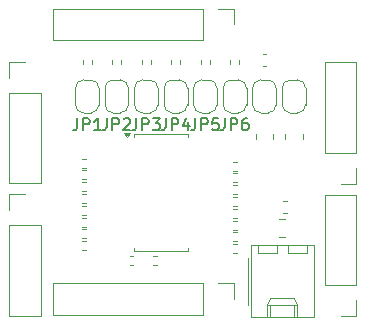
<source format=gbr>
%TF.GenerationSoftware,KiCad,Pcbnew,8.0.3-8.0.3-0~ubuntu22.04.1*%
%TF.CreationDate,2024-06-23T17:20:50+09:00*%
%TF.ProjectId,PCA9685_ver1,50434139-3638-4355-9f76-6572312e6b69,rev?*%
%TF.SameCoordinates,Original*%
%TF.FileFunction,Legend,Top*%
%TF.FilePolarity,Positive*%
%FSLAX46Y46*%
G04 Gerber Fmt 4.6, Leading zero omitted, Abs format (unit mm)*
G04 Created by KiCad (PCBNEW 8.0.3-8.0.3-0~ubuntu22.04.1) date 2024-06-23 17:20:50*
%MOMM*%
%LPD*%
G01*
G04 APERTURE LIST*
%ADD10C,0.150000*%
%ADD11C,0.120000*%
G04 APERTURE END LIST*
D10*
X94966666Y-90042319D02*
X94966666Y-90756604D01*
X94966666Y-90756604D02*
X94919047Y-90899461D01*
X94919047Y-90899461D02*
X94823809Y-90994700D01*
X94823809Y-90994700D02*
X94680952Y-91042319D01*
X94680952Y-91042319D02*
X94585714Y-91042319D01*
X95442857Y-91042319D02*
X95442857Y-90042319D01*
X95442857Y-90042319D02*
X95823809Y-90042319D01*
X95823809Y-90042319D02*
X95919047Y-90089938D01*
X95919047Y-90089938D02*
X95966666Y-90137557D01*
X95966666Y-90137557D02*
X96014285Y-90232795D01*
X96014285Y-90232795D02*
X96014285Y-90375652D01*
X96014285Y-90375652D02*
X95966666Y-90470890D01*
X95966666Y-90470890D02*
X95919047Y-90518509D01*
X95919047Y-90518509D02*
X95823809Y-90566128D01*
X95823809Y-90566128D02*
X95442857Y-90566128D01*
X96871428Y-90042319D02*
X96680952Y-90042319D01*
X96680952Y-90042319D02*
X96585714Y-90089938D01*
X96585714Y-90089938D02*
X96538095Y-90137557D01*
X96538095Y-90137557D02*
X96442857Y-90280414D01*
X96442857Y-90280414D02*
X96395238Y-90470890D01*
X96395238Y-90470890D02*
X96395238Y-90851842D01*
X96395238Y-90851842D02*
X96442857Y-90947080D01*
X96442857Y-90947080D02*
X96490476Y-90994700D01*
X96490476Y-90994700D02*
X96585714Y-91042319D01*
X96585714Y-91042319D02*
X96776190Y-91042319D01*
X96776190Y-91042319D02*
X96871428Y-90994700D01*
X96871428Y-90994700D02*
X96919047Y-90947080D01*
X96919047Y-90947080D02*
X96966666Y-90851842D01*
X96966666Y-90851842D02*
X96966666Y-90613747D01*
X96966666Y-90613747D02*
X96919047Y-90518509D01*
X96919047Y-90518509D02*
X96871428Y-90470890D01*
X96871428Y-90470890D02*
X96776190Y-90423271D01*
X96776190Y-90423271D02*
X96585714Y-90423271D01*
X96585714Y-90423271D02*
X96490476Y-90470890D01*
X96490476Y-90470890D02*
X96442857Y-90518509D01*
X96442857Y-90518509D02*
X96395238Y-90613747D01*
X92466666Y-90042319D02*
X92466666Y-90756604D01*
X92466666Y-90756604D02*
X92419047Y-90899461D01*
X92419047Y-90899461D02*
X92323809Y-90994700D01*
X92323809Y-90994700D02*
X92180952Y-91042319D01*
X92180952Y-91042319D02*
X92085714Y-91042319D01*
X92942857Y-91042319D02*
X92942857Y-90042319D01*
X92942857Y-90042319D02*
X93323809Y-90042319D01*
X93323809Y-90042319D02*
X93419047Y-90089938D01*
X93419047Y-90089938D02*
X93466666Y-90137557D01*
X93466666Y-90137557D02*
X93514285Y-90232795D01*
X93514285Y-90232795D02*
X93514285Y-90375652D01*
X93514285Y-90375652D02*
X93466666Y-90470890D01*
X93466666Y-90470890D02*
X93419047Y-90518509D01*
X93419047Y-90518509D02*
X93323809Y-90566128D01*
X93323809Y-90566128D02*
X92942857Y-90566128D01*
X94419047Y-90042319D02*
X93942857Y-90042319D01*
X93942857Y-90042319D02*
X93895238Y-90518509D01*
X93895238Y-90518509D02*
X93942857Y-90470890D01*
X93942857Y-90470890D02*
X94038095Y-90423271D01*
X94038095Y-90423271D02*
X94276190Y-90423271D01*
X94276190Y-90423271D02*
X94371428Y-90470890D01*
X94371428Y-90470890D02*
X94419047Y-90518509D01*
X94419047Y-90518509D02*
X94466666Y-90613747D01*
X94466666Y-90613747D02*
X94466666Y-90851842D01*
X94466666Y-90851842D02*
X94419047Y-90947080D01*
X94419047Y-90947080D02*
X94371428Y-90994700D01*
X94371428Y-90994700D02*
X94276190Y-91042319D01*
X94276190Y-91042319D02*
X94038095Y-91042319D01*
X94038095Y-91042319D02*
X93942857Y-90994700D01*
X93942857Y-90994700D02*
X93895238Y-90947080D01*
X89966666Y-90042319D02*
X89966666Y-90756604D01*
X89966666Y-90756604D02*
X89919047Y-90899461D01*
X89919047Y-90899461D02*
X89823809Y-90994700D01*
X89823809Y-90994700D02*
X89680952Y-91042319D01*
X89680952Y-91042319D02*
X89585714Y-91042319D01*
X90442857Y-91042319D02*
X90442857Y-90042319D01*
X90442857Y-90042319D02*
X90823809Y-90042319D01*
X90823809Y-90042319D02*
X90919047Y-90089938D01*
X90919047Y-90089938D02*
X90966666Y-90137557D01*
X90966666Y-90137557D02*
X91014285Y-90232795D01*
X91014285Y-90232795D02*
X91014285Y-90375652D01*
X91014285Y-90375652D02*
X90966666Y-90470890D01*
X90966666Y-90470890D02*
X90919047Y-90518509D01*
X90919047Y-90518509D02*
X90823809Y-90566128D01*
X90823809Y-90566128D02*
X90442857Y-90566128D01*
X91871428Y-90375652D02*
X91871428Y-91042319D01*
X91633333Y-89994700D02*
X91395238Y-90708985D01*
X91395238Y-90708985D02*
X92014285Y-90708985D01*
X87466666Y-90042319D02*
X87466666Y-90756604D01*
X87466666Y-90756604D02*
X87419047Y-90899461D01*
X87419047Y-90899461D02*
X87323809Y-90994700D01*
X87323809Y-90994700D02*
X87180952Y-91042319D01*
X87180952Y-91042319D02*
X87085714Y-91042319D01*
X87942857Y-91042319D02*
X87942857Y-90042319D01*
X87942857Y-90042319D02*
X88323809Y-90042319D01*
X88323809Y-90042319D02*
X88419047Y-90089938D01*
X88419047Y-90089938D02*
X88466666Y-90137557D01*
X88466666Y-90137557D02*
X88514285Y-90232795D01*
X88514285Y-90232795D02*
X88514285Y-90375652D01*
X88514285Y-90375652D02*
X88466666Y-90470890D01*
X88466666Y-90470890D02*
X88419047Y-90518509D01*
X88419047Y-90518509D02*
X88323809Y-90566128D01*
X88323809Y-90566128D02*
X87942857Y-90566128D01*
X88847619Y-90042319D02*
X89466666Y-90042319D01*
X89466666Y-90042319D02*
X89133333Y-90423271D01*
X89133333Y-90423271D02*
X89276190Y-90423271D01*
X89276190Y-90423271D02*
X89371428Y-90470890D01*
X89371428Y-90470890D02*
X89419047Y-90518509D01*
X89419047Y-90518509D02*
X89466666Y-90613747D01*
X89466666Y-90613747D02*
X89466666Y-90851842D01*
X89466666Y-90851842D02*
X89419047Y-90947080D01*
X89419047Y-90947080D02*
X89371428Y-90994700D01*
X89371428Y-90994700D02*
X89276190Y-91042319D01*
X89276190Y-91042319D02*
X88990476Y-91042319D01*
X88990476Y-91042319D02*
X88895238Y-90994700D01*
X88895238Y-90994700D02*
X88847619Y-90947080D01*
X84966666Y-90042319D02*
X84966666Y-90756604D01*
X84966666Y-90756604D02*
X84919047Y-90899461D01*
X84919047Y-90899461D02*
X84823809Y-90994700D01*
X84823809Y-90994700D02*
X84680952Y-91042319D01*
X84680952Y-91042319D02*
X84585714Y-91042319D01*
X85442857Y-91042319D02*
X85442857Y-90042319D01*
X85442857Y-90042319D02*
X85823809Y-90042319D01*
X85823809Y-90042319D02*
X85919047Y-90089938D01*
X85919047Y-90089938D02*
X85966666Y-90137557D01*
X85966666Y-90137557D02*
X86014285Y-90232795D01*
X86014285Y-90232795D02*
X86014285Y-90375652D01*
X86014285Y-90375652D02*
X85966666Y-90470890D01*
X85966666Y-90470890D02*
X85919047Y-90518509D01*
X85919047Y-90518509D02*
X85823809Y-90566128D01*
X85823809Y-90566128D02*
X85442857Y-90566128D01*
X86395238Y-90137557D02*
X86442857Y-90089938D01*
X86442857Y-90089938D02*
X86538095Y-90042319D01*
X86538095Y-90042319D02*
X86776190Y-90042319D01*
X86776190Y-90042319D02*
X86871428Y-90089938D01*
X86871428Y-90089938D02*
X86919047Y-90137557D01*
X86919047Y-90137557D02*
X86966666Y-90232795D01*
X86966666Y-90232795D02*
X86966666Y-90328033D01*
X86966666Y-90328033D02*
X86919047Y-90470890D01*
X86919047Y-90470890D02*
X86347619Y-91042319D01*
X86347619Y-91042319D02*
X86966666Y-91042319D01*
X82466666Y-90042319D02*
X82466666Y-90756604D01*
X82466666Y-90756604D02*
X82419047Y-90899461D01*
X82419047Y-90899461D02*
X82323809Y-90994700D01*
X82323809Y-90994700D02*
X82180952Y-91042319D01*
X82180952Y-91042319D02*
X82085714Y-91042319D01*
X82942857Y-91042319D02*
X82942857Y-90042319D01*
X82942857Y-90042319D02*
X83323809Y-90042319D01*
X83323809Y-90042319D02*
X83419047Y-90089938D01*
X83419047Y-90089938D02*
X83466666Y-90137557D01*
X83466666Y-90137557D02*
X83514285Y-90232795D01*
X83514285Y-90232795D02*
X83514285Y-90375652D01*
X83514285Y-90375652D02*
X83466666Y-90470890D01*
X83466666Y-90470890D02*
X83419047Y-90518509D01*
X83419047Y-90518509D02*
X83323809Y-90566128D01*
X83323809Y-90566128D02*
X82942857Y-90566128D01*
X84466666Y-91042319D02*
X83895238Y-91042319D01*
X84180952Y-91042319D02*
X84180952Y-90042319D01*
X84180952Y-90042319D02*
X84085714Y-90185176D01*
X84085714Y-90185176D02*
X83990476Y-90280414D01*
X83990476Y-90280414D02*
X83895238Y-90328033D01*
D11*
%TO.C,J8*%
X106105000Y-95587500D02*
X104775000Y-95587500D01*
X106105000Y-94257500D02*
X106105000Y-95587500D01*
X106105000Y-92987500D02*
X106105000Y-85307500D01*
X106105000Y-92987500D02*
X103445000Y-92987500D01*
X106105000Y-85307500D02*
X103445000Y-85307500D01*
X103445000Y-92987500D02*
X103445000Y-85307500D01*
%TO.C,R1*%
X87203641Y-102467500D02*
X86896359Y-102467500D01*
X87203641Y-101707500D02*
X86896359Y-101707500D01*
%TO.C,U1*%
X86650000Y-91652500D02*
X86410000Y-91322500D01*
X86890000Y-91322500D01*
X86650000Y-91652500D01*
G36*
X86650000Y-91652500D02*
G01*
X86410000Y-91322500D01*
X86890000Y-91322500D01*
X86650000Y-91652500D01*
G37*
X91860000Y-101297500D02*
X91860000Y-101022500D01*
X91860000Y-91377500D02*
X91860000Y-91652500D01*
X89550000Y-101297500D02*
X91860000Y-101297500D01*
X89550000Y-101297500D02*
X87240000Y-101297500D01*
X89550000Y-91377500D02*
X91860000Y-91377500D01*
X89550000Y-91377500D02*
X87240000Y-91377500D01*
X87240000Y-101297500D02*
X87240000Y-101022500D01*
X87240000Y-91377500D02*
X87240000Y-91652500D01*
%TO.C,R26*%
X101535000Y-91360436D02*
X101535000Y-91814564D01*
X100065000Y-91360436D02*
X100065000Y-91814564D01*
%TO.C,R25*%
X99035000Y-91360436D02*
X99035000Y-91814564D01*
X97565000Y-91360436D02*
X97565000Y-91814564D01*
%TO.C,R24*%
X96180000Y-85133859D02*
X96180000Y-85441141D01*
X95420000Y-85133859D02*
X95420000Y-85441141D01*
%TO.C,R23*%
X93680000Y-85133859D02*
X93680000Y-85441141D01*
X92920000Y-85133859D02*
X92920000Y-85441141D01*
%TO.C,R22*%
X91200000Y-85133859D02*
X91200000Y-85441141D01*
X90440000Y-85133859D02*
X90440000Y-85441141D01*
%TO.C,R21*%
X88680000Y-85133859D02*
X88680000Y-85441141D01*
X87920000Y-85133859D02*
X87920000Y-85441141D01*
%TO.C,R20*%
X86180000Y-85123859D02*
X86180000Y-85431141D01*
X85420000Y-85123859D02*
X85420000Y-85431141D01*
%TO.C,R19*%
X83680000Y-85133859D02*
X83680000Y-85441141D01*
X82920000Y-85133859D02*
X82920000Y-85441141D01*
%TO.C,R18*%
X95646359Y-93707500D02*
X95953641Y-93707500D01*
X95646359Y-94467500D02*
X95953641Y-94467500D01*
%TO.C,R17*%
X95646359Y-94707500D02*
X95953641Y-94707500D01*
X95646359Y-95467500D02*
X95953641Y-95467500D01*
%TO.C,R16*%
X95646359Y-95707500D02*
X95953641Y-95707500D01*
X95646359Y-96467500D02*
X95953641Y-96467500D01*
%TO.C,R15*%
X95646359Y-96707500D02*
X95953641Y-96707500D01*
X95646359Y-97467500D02*
X95953641Y-97467500D01*
%TO.C,R14*%
X95646359Y-97707500D02*
X95953641Y-97707500D01*
X95646359Y-98467500D02*
X95953641Y-98467500D01*
%TO.C,R13*%
X95666359Y-98707500D02*
X95973641Y-98707500D01*
X95666359Y-99467500D02*
X95973641Y-99467500D01*
%TO.C,R12*%
X95666359Y-99707500D02*
X95973641Y-99707500D01*
X95666359Y-100467500D02*
X95973641Y-100467500D01*
%TO.C,R11*%
X95656359Y-100707500D02*
X95963641Y-100707500D01*
X95656359Y-101467500D02*
X95963641Y-101467500D01*
%TO.C,R10*%
X83193641Y-101217500D02*
X82886359Y-101217500D01*
X83193641Y-100457500D02*
X82886359Y-100457500D01*
%TO.C,R9*%
X83193641Y-100207500D02*
X82886359Y-100207500D01*
X83193641Y-99447500D02*
X82886359Y-99447500D01*
%TO.C,R8*%
X83193641Y-99217500D02*
X82886359Y-99217500D01*
X83193641Y-98457500D02*
X82886359Y-98457500D01*
%TO.C,R7*%
X83183641Y-98217500D02*
X82876359Y-98217500D01*
X83183641Y-97457500D02*
X82876359Y-97457500D01*
%TO.C,R6*%
X83173641Y-97217500D02*
X82866359Y-97217500D01*
X83173641Y-96457500D02*
X82866359Y-96457500D01*
%TO.C,R5*%
X83183641Y-96217500D02*
X82876359Y-96217500D01*
X83183641Y-95457500D02*
X82876359Y-95457500D01*
%TO.C,R4*%
X83173641Y-95217500D02*
X82866359Y-95217500D01*
X83173641Y-94457500D02*
X82866359Y-94457500D01*
%TO.C,R3*%
X83173641Y-94217500D02*
X82866359Y-94217500D01*
X83173641Y-93457500D02*
X82866359Y-93457500D01*
%TO.C,R2*%
X89203641Y-102467500D02*
X88896359Y-102467500D01*
X89203641Y-101707500D02*
X88896359Y-101707500D01*
%TO.C,JP8*%
X101100000Y-86787500D02*
G75*
G02*
X101800000Y-87487500I0J-700000D01*
G01*
X99800000Y-87487500D02*
G75*
G02*
X100500000Y-86787500I700000J0D01*
G01*
X101800000Y-88887500D02*
G75*
G02*
X101100000Y-89587500I-699999J-1D01*
G01*
X100500000Y-89587500D02*
G75*
G02*
X99800000Y-88887500I-1J699999D01*
G01*
X100500000Y-86787500D02*
X101100000Y-86787500D01*
X101800000Y-87487500D02*
X101800000Y-88887500D01*
X99800000Y-88887500D02*
X99800000Y-87487500D01*
X101100000Y-89587500D02*
X100500000Y-89587500D01*
%TO.C,JP7*%
X98000000Y-89587500D02*
G75*
G02*
X97300000Y-88887500I0J700000D01*
G01*
X99300000Y-88887500D02*
G75*
G02*
X98600000Y-89587500I-700000J0D01*
G01*
X97300000Y-87487500D02*
G75*
G02*
X98000000Y-86787500I699999J1D01*
G01*
X98600000Y-86787500D02*
G75*
G02*
X99300000Y-87487500I1J-699999D01*
G01*
X98600000Y-89587500D02*
X98000000Y-89587500D01*
X97300000Y-88887500D02*
X97300000Y-87487500D01*
X99300000Y-87487500D02*
X99300000Y-88887500D01*
X98000000Y-86787500D02*
X98600000Y-86787500D01*
%TO.C,JP6*%
X95500000Y-89587500D02*
G75*
G02*
X94800000Y-88887500I0J700000D01*
G01*
X96800000Y-88887500D02*
G75*
G02*
X96100000Y-89587500I-700000J0D01*
G01*
X94800000Y-87487500D02*
G75*
G02*
X95500000Y-86787500I699999J1D01*
G01*
X96100000Y-86787500D02*
G75*
G02*
X96800000Y-87487500I1J-699999D01*
G01*
X96100000Y-89587500D02*
X95500000Y-89587500D01*
X94800000Y-88887500D02*
X94800000Y-87487500D01*
X96800000Y-87487500D02*
X96800000Y-88887500D01*
X95500000Y-86787500D02*
X96100000Y-86787500D01*
%TO.C,JP5*%
X93000000Y-89587500D02*
G75*
G02*
X92300000Y-88887500I0J700000D01*
G01*
X94300000Y-88887500D02*
G75*
G02*
X93600000Y-89587500I-700000J0D01*
G01*
X92300000Y-87487500D02*
G75*
G02*
X93000000Y-86787500I699999J1D01*
G01*
X93600000Y-86787500D02*
G75*
G02*
X94300000Y-87487500I1J-699999D01*
G01*
X93600000Y-89587500D02*
X93000000Y-89587500D01*
X92300000Y-88887500D02*
X92300000Y-87487500D01*
X94300000Y-87487500D02*
X94300000Y-88887500D01*
X93000000Y-86787500D02*
X93600000Y-86787500D01*
%TO.C,JP4*%
X90500000Y-86787500D02*
X91100000Y-86787500D01*
X91800000Y-87487500D02*
X91800000Y-88887500D01*
X89800000Y-88887500D02*
X89800000Y-87487500D01*
X91100000Y-89587500D02*
X90500000Y-89587500D01*
X91100000Y-86787500D02*
G75*
G02*
X91800000Y-87487500I1J-699999D01*
G01*
X89800000Y-87487500D02*
G75*
G02*
X90500000Y-86787500I699999J1D01*
G01*
X91800000Y-88887500D02*
G75*
G02*
X91100000Y-89587500I-700000J0D01*
G01*
X90500000Y-89587500D02*
G75*
G02*
X89800000Y-88887500I0J700000D01*
G01*
%TO.C,JP3*%
X88000000Y-86787500D02*
X88600000Y-86787500D01*
X89300000Y-87487500D02*
X89300000Y-88887500D01*
X87300000Y-88887500D02*
X87300000Y-87487500D01*
X88600000Y-89587500D02*
X88000000Y-89587500D01*
X88600000Y-86787500D02*
G75*
G02*
X89300000Y-87487500I1J-699999D01*
G01*
X87300000Y-87487500D02*
G75*
G02*
X88000000Y-86787500I699999J1D01*
G01*
X89300000Y-88887500D02*
G75*
G02*
X88600000Y-89587500I-700000J0D01*
G01*
X88000000Y-89587500D02*
G75*
G02*
X87300000Y-88887500I0J700000D01*
G01*
%TO.C,JP2*%
X85500000Y-86787500D02*
X86100000Y-86787500D01*
X86800000Y-87487500D02*
X86800000Y-88887500D01*
X84800000Y-88887500D02*
X84800000Y-87487500D01*
X86100000Y-89587500D02*
X85500000Y-89587500D01*
X86100000Y-86787500D02*
G75*
G02*
X86800000Y-87487500I1J-699999D01*
G01*
X84800000Y-87487500D02*
G75*
G02*
X85500000Y-86787500I699999J1D01*
G01*
X86800000Y-88887500D02*
G75*
G02*
X86100000Y-89587500I-700000J0D01*
G01*
X85500000Y-89587500D02*
G75*
G02*
X84800000Y-88887500I0J700000D01*
G01*
%TO.C,JP1*%
X83000000Y-86787500D02*
X83600000Y-86787500D01*
X84300000Y-87487500D02*
X84300000Y-88887500D01*
X82300000Y-88887500D02*
X82300000Y-87487500D01*
X83600000Y-89587500D02*
X83000000Y-89587500D01*
X83600000Y-86787500D02*
G75*
G02*
X84300000Y-87487500I1J-699999D01*
G01*
X82300000Y-87487500D02*
G75*
G02*
X83000000Y-86787500I699999J1D01*
G01*
X84300000Y-88887500D02*
G75*
G02*
X83600000Y-89587500I-700000J0D01*
G01*
X83000000Y-89587500D02*
G75*
G02*
X82300000Y-88887500I0J700000D01*
G01*
%TO.C,J7*%
X103445000Y-104187500D02*
X103445000Y-96507500D01*
X106105000Y-96507500D02*
X103445000Y-96507500D01*
X106105000Y-104187500D02*
X103445000Y-104187500D01*
X106105000Y-104187500D02*
X106105000Y-96507500D01*
X106105000Y-105457500D02*
X106105000Y-106787500D01*
X106105000Y-106787500D02*
X104775000Y-106787500D01*
%TO.C,J6*%
X76720000Y-96467500D02*
X78050000Y-96467500D01*
X76720000Y-97797500D02*
X76720000Y-96467500D01*
X76720000Y-99067500D02*
X76720000Y-106747500D01*
X76720000Y-99067500D02*
X79380000Y-99067500D01*
X76720000Y-106747500D02*
X79380000Y-106747500D01*
X79380000Y-99067500D02*
X79380000Y-106747500D01*
%TO.C,J4*%
X102470000Y-106827500D02*
X102470000Y-100807500D01*
X102470000Y-100807500D02*
X97170000Y-100807500D01*
X101890000Y-101407500D02*
X101890000Y-100807500D01*
X101090000Y-105827500D02*
X101090000Y-106827500D01*
X100840000Y-106827500D02*
X100840000Y-105827500D01*
X100840000Y-105297500D02*
X101090000Y-105827500D01*
X100290000Y-101407500D02*
X101890000Y-101407500D01*
X100290000Y-100807500D02*
X100290000Y-101407500D01*
X99350000Y-101407500D02*
X99350000Y-100807500D01*
X98800000Y-106827500D02*
X98800000Y-105827500D01*
X98800000Y-105297500D02*
X100840000Y-105297500D01*
X98550000Y-106827500D02*
X98550000Y-105827500D01*
X98550000Y-105827500D02*
X101090000Y-105827500D01*
X98550000Y-105827500D02*
X98800000Y-105297500D01*
X97750000Y-101407500D02*
X99350000Y-101407500D01*
X97750000Y-100807500D02*
X97750000Y-101407500D01*
X97170000Y-106827500D02*
X102470000Y-106827500D01*
X97170000Y-100807500D02*
X97170000Y-106827500D01*
X96880000Y-101837500D02*
X96880000Y-105837500D01*
%TO.C,J3*%
X95730000Y-80757500D02*
X95730000Y-82087500D01*
X94400000Y-80757500D02*
X95730000Y-80757500D01*
X93130000Y-80757500D02*
X80370000Y-80757500D01*
X93130000Y-80757500D02*
X93130000Y-83417500D01*
X80370000Y-80757500D02*
X80370000Y-83417500D01*
X93130000Y-83417500D02*
X80370000Y-83417500D01*
%TO.C,J2*%
X95730000Y-104007500D02*
X95730000Y-105337500D01*
X94400000Y-104007500D02*
X95730000Y-104007500D01*
X93130000Y-104007500D02*
X80370000Y-104007500D01*
X93130000Y-104007500D02*
X93130000Y-106667500D01*
X80370000Y-104007500D02*
X80370000Y-106667500D01*
X93130000Y-106667500D02*
X80370000Y-106667500D01*
%TO.C,J1*%
X79380000Y-87867500D02*
X79380000Y-95547500D01*
X76720000Y-95547500D02*
X79380000Y-95547500D01*
X76720000Y-87867500D02*
X79380000Y-87867500D01*
X76720000Y-87867500D02*
X76720000Y-95547500D01*
X76720000Y-86597500D02*
X76720000Y-85267500D01*
X76720000Y-85267500D02*
X78050000Y-85267500D01*
%TO.C,C3*%
X100190580Y-97077500D02*
X99909420Y-97077500D01*
X100190580Y-98097500D02*
X99909420Y-98097500D01*
%TO.C,C2*%
X100036252Y-98602500D02*
X99513748Y-98602500D01*
X100036252Y-100072500D02*
X99513748Y-100072500D01*
%TO.C,C1*%
X98440580Y-85597500D02*
X98159420Y-85597500D01*
X98440580Y-84577500D02*
X98159420Y-84577500D01*
%TD*%
M02*

</source>
